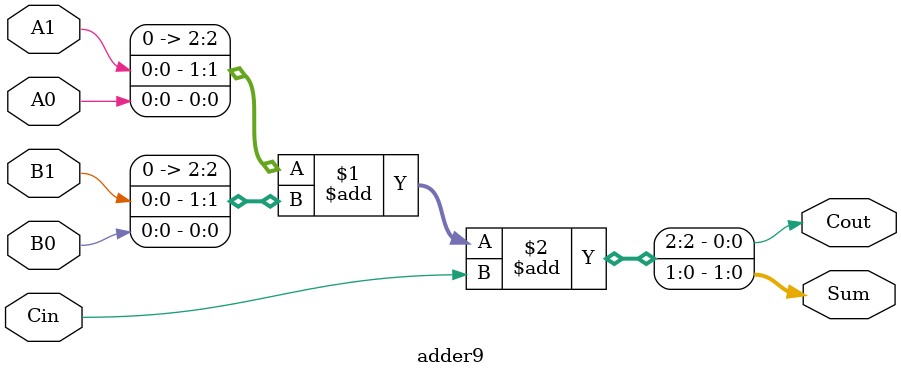
<source format=v>
module adder9(A0,A1,B0, B1, Sum, Cin, Cout);

    input A0,A1,B0,B1;
    output [1:0] Sum;
    input Cin;
    output Cout;

assign {Cout,Sum} = {A1,A0} + {B1,B0} + Cin;

endmodule

</source>
